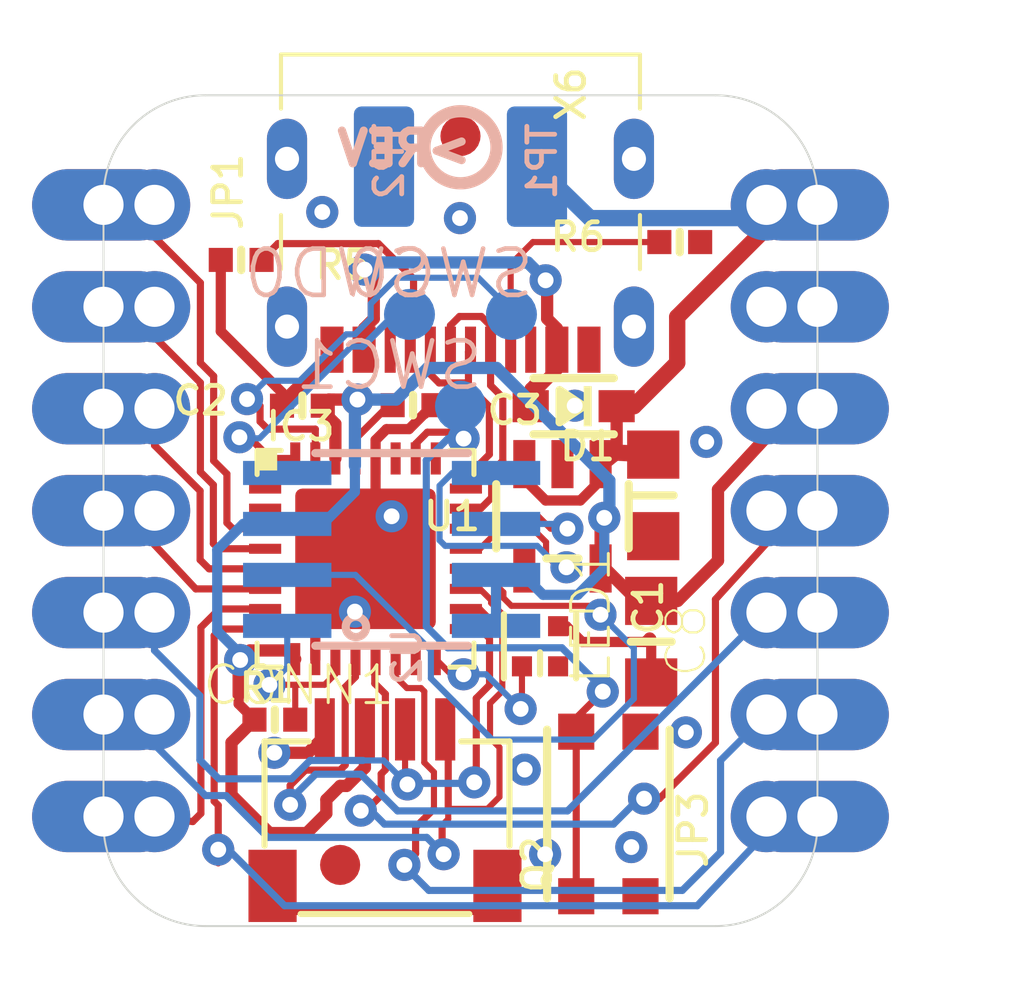
<source format=kicad_pcb>
(kicad_pcb (version 20211014) (generator pcbnew)
  (layers (0 "F.Cu" signal) (1 "In1.Cu" signal) (2 "In2.Cu" signal) (3 "In3.Cu" signal) (4 "In4.Cu" signal) (5 "In5.Cu" signal) (6 "In6.Cu" signal) (7 "In7.Cu" signal) (8 "In8.Cu" signal) (9 "In9.Cu" signal) (10 "In10.Cu" signal) (11 "In11.Cu" signal) (12 "In12.Cu" signal) (13 "In13.Cu" signal) (14 "In14.Cu" signal) (31 "B.Cu" signal) (34 "B.Paste" user) (35 "F.Paste" user) (36 "B.SilkS" user "B.Silkscreen") (37 "F.SilkS" user "F.Silkscreen") (38 "B.Mask" user) (39 "F.Mask" user) (44 "Edge.Cuts" user))
  (net 0 "")
  (net 1 "GND")
  (net 2 "D+")
  (net 3 "D-")
  (net 4 "VBUS")
  (net 5 "~{RESET}")
  (net 6 "3.3V")
  (net 7 "SWCLK")
  (net 8 "SWDIO")
  (net 9 "A0")
  (net 10 "VDDCORE")
  (net 11 "CC1")
  (net 12 "CC2")
  (net 13 "A1")
  (net 14 "TX_A6")
  (net 15 "RX_A7")
  (net 16 "MOSI")
  (net 17 "MISO")
  (net 18 "SCK")
  (net 19 "A2")
  (net 20 "A3")
  (net 21 "SDA")
  (net 22 "SCL")
  (net 23 "NEOPIX")
  (net 24 "NEO_PWR")
  (net 25 "+5V")
  (net 26 "MOSI2")
  (net 27 "SCK2")
  (net 28 "MISO2")
  (net 29 "FLASH_CS")
  (footprint "boardEagle:1X07_CASTEL" (layer "F.Cu") (at 156.1211 105.0036 90)
    (fp_text reference "JP3")
    (fp_text value "")
  )
  (footprint "boardEagle:SK6805_1515" (layer "F.Cu") (at 150.4823 108.3818 -90)
    (fp_text reference "LED1")
    (fp_text value "WS2812B_SK6805_1515")
  )
  (footprint "boardEagle:QTPY_TOP" (layer "F.Cu") (at 139.6111 115.3541)
    (fp_text reference "U$13" hide)
    (fp_text value "" hide)
  )
  (footprint "boardEagle:USB_C_CUSB31-CFM2AX-01-X" (layer "F.Cu") (at 148.5011 97.4471 180)
    (fp_text reference "X6")
    (fp_text value "USB TYPE C")
  )
  (footprint "boardEagle:_0402NO" (layer "F.Cu") (at 143.0401 98.7552)
    (fp_text reference "R5")
    (fp_text value "5.1K")
  )
  (footprint "boardEagle:_0402NO" (layer "F.Cu") (at 153.9621 98.3107 180)
    (fp_text reference "R6")
    (fp_text value "5.1K")
  )
  (footprint "boardEagle:FIDUCIAL_1MM" (layer "F.Cu") (at 148.5011 95.6691)
    (fp_text reference "U$8" hide)
    (fp_text value "FIDUCIAL_1MM" hide)
  )
  (footprint "boardEagle:QFN32_5MM" (layer "F.Cu") (at 146.136359 106.202482)
    (fp_text reference "IC3")
    (fp_text value "ATSAMD21E")
  )
  (footprint "boardEagle:1X07_CASTEL" (layer "F.Cu") (at 140.8811 105.0036 -90)
    (fp_text reference "JP1")
    (fp_text value "")
  )
  (footprint "boardEagle:SOT23-5" (layer "F.Cu") (at 151.0411 105.1433 180)
    (fp_text reference "U1")
    (fp_text value "AP2112K-3.3")
  )
  (footprint "boardEagle:_0402NO" (layer "F.Cu") (at 144.5641 102.3874 180)
    (fp_text reference "C2")
    (fp_text value "1uF")
  )
  (footprint "boardEagle:SOD-323_MINI" (layer "F.Cu") (at 151.3205 102.4001 180)
    (fp_text reference "D1")
    (fp_text value "  NSR0320")
  )
  (footprint "boardEagle:BTN_KMR2_4.6X2.8" (layer "F.Cu") (at 152.1841 112.5601 90)
    (fp_text reference "Q2")
    (fp_text value "reset")
  )
  (footprint "boardEagle:_0402NO" (layer "F.Cu") (at 147.32 102.3747)
    (fp_text reference "C3")
    (fp_text value "1uF")
  )
  (footprint "boardEagle:JST_SH4_SKINNY" (layer "F.Cu") (at 146.6215 112.9665)
    (fp_text reference "CONN1")
    (fp_text value "STEMMA_I2C_QTSKINNY" hide)
  )
  (footprint "boardEagle:FIDUCIAL_1MM" (layer "F.Cu") (at 145.5039 113.8301)
    (fp_text reference "U$6" hide)
    (fp_text value "FIDUCIAL_1MM" hide)
  )
  (footprint "boardEagle:_0402NO" (layer "F.Cu") (at 143.8783 110.2106)
    (fp_text reference "R1")
    (fp_text value "5.1K")
  )
  (footprint "boardEagle:_0805MP" (layer "F.Cu") (at 153.2509 108.2675 -90)
    (fp_text reference "C8")
    (fp_text value "10uF")
  )
  (footprint "boardEagle:_0805MP" (layer "F.Cu") (at 153.3017 104.6226 -90)
    (fp_text reference "C1")
    (fp_text value "10uF")
  )
  (footprint "boardEagle:TESTPOINT_RECT_1X3MM" (layer "B.Cu") (at 146.5961 96.4311 -90)
    (fp_text reference "TP2")
    (fp_text value "")
  )
  (footprint "boardEagle:TESTPOINT_RECT_1X3MM" (layer "B.Cu") (at 150.4061 96.4311 -90)
    (fp_text reference "TP1")
    (fp_text value "")
  )
  (footprint "boardEagle:B1,27" (layer "B.Cu") (at 148.5011 102.4001 180)
    (fp_text reference "SWC1")
    (fp_text value "TPB1,27")
  )
  (footprint "boardEagle:SOIC8_150MIL" (layer "B.Cu") (at 146.7866 105.9688 90)
    (fp_text reference "U2")
    (fp_text value "")
  )
  (footprint "boardEagle:B1,27" (layer "B.Cu") (at 149.7711 100.1141 180)
    (fp_text reference "SWC0")
    (fp_text value "TPB1,27")
  )
  (footprint "boardEagle:QTPY_BOT" (layer "B.Cu") (at 157.3911 115.3541 180)
    (fp_text reference "U$11" hide)
    (fp_text value "" hide)
  )
  (footprint "boardEagle:PCBFEAT-REV-040" (layer "B.Cu") (at 148.5011 95.9485 180)
    (fp_text reference "U$12" hide)
    (fp_text value "" hide)
  )
  (footprint "boardEagle:B1,27" (layer "B.Cu") (at 147.2311 100.1141 180)
    (fp_text reference "SWD0")
    (fp_text value "TPB1,27")
  )
  (gr_line (start 154.8511 115.3541) (end 142.1511 115.3541) (layer "Edge.Cuts") (width 0.05))
  (gr_line (start 142.1511 94.6531) (end 154.8511 94.6531) (layer "Edge.Cuts") (width 0.05))
  (gr_arc (start 139.6111 97.1931) (mid 140.355049 95.397049) (end 142.1511 94.6531) (layer "Edge.Cuts") (width 0.05))
  (gr_arc (start 157.3911 112.8141) (mid 156.647151 114.610151) (end 154.8511 115.3541) (layer "Edge.Cuts") (width 0.05))
  (gr_arc (start 154.8511 94.6531) (mid 156.647151 95.397049) (end 157.3911 97.1931) (layer "Edge.Cuts") (width 0.05))
  (gr_line (start 157.3911 97.1931) (end 157.3911 112.8141) (layer "Edge.Cuts") (width 0.05))
  (gr_line (start 139.6111 112.8141) (end 139.6111 97.1931) (layer "Edge.Cuts") (width 0.05))
  (gr_arc (start 142.1511 115.3541) (mid 140.355049 114.610151) (end 139.6111 112.8141) (layer "Edge.Cuts") (width 0.05))
  (segment (start 145.038759 110.390638) (end 145.1215 110.4525) (width 0.254) (layer "F.Cu") (net 1))
  (segment (start 157.3911 99.9236) (end 156.1211 99.9236) (width 0.4064) (layer "F.Cu") (net 1))
  (segment (start 145.1215 110.4525) (end 145.090625 110.651625) (width 0.3048) (layer "F.Cu") (net 1))
  (segment (start 145.3011 101.0789) (end 145.3011 100.9921) (width 0.3048) (layer "F.Cu") (net 1))
  (segment (start 151.138 107.8818) (end 151.5315 108.2753) (width 0.254) (layer "F.Cu") (net 1))
  (segment (start 142.5321 100.5332) (end 142.5321 98.7552) (width 0.254) (layer "F.Cu") (net 1))
  (segment (start 146.386359 103.702482) (end 146.386359 103.244841) (width 0.254) (layer "F.Cu") (net 1))
  (segment (start 148.8256 114.9484) (end 149.4215 114.3525) (width 0.254) (layer "F.Cu") (net 1))
  (segment (start 145.351343 114.9484) (end 148.8256 114.9484) (width 0.254) (layer "F.Cu") (net 1))
  (segment (start 144.886359 108.702482) (end 144.886359 107.452482) (width 0.254) (layer "F.Cu") (net 1))
  (segment (start 147.828 102.3747) (end 147.6121 102.5906) (width 0.254) (layer "F.Cu") (net 1))
  (segment (start 144.70615 111.0361) (end 143.8656 111.0361) (width 0.3048) (layer "F.Cu") (net 1))
  (segment (start 146.6596 102.9716) (end 147.2184 102.9716) (width 0.254) (layer "F.Cu") (net 1))
  (segment (start 147.6121 102.5906) (end 147.5994 102.5906) (width 0.254) (layer "F.Cu") (net 1))
  (segment (start 153.2255 108.1659) (end 153.2509 108.1913) (width 0.254) (layer "F.Cu") (net 1))
  (segment (start 145.3011 101.0789) (end 144.0561 102.3239) (width 0.3048) (layer "F.Cu") (net 1))
  (segment (start 144.0561 102.3874) (end 144.0561 102.3239) (width 0.3048) (layer "F.Cu") (net 1))
  (segment (start 144.0561 102.3874) (end 144.0561 102.0572) (width 0.254) (layer "F.Cu") (net 1))
  (segment (start 151.5315 108.2753) (end 153.0907 108.2753) (width 0.254) (layer "F.Cu") (net 1))
  (segment (start 153.2509 108.1913) (end 153.2509 109.2835) (width 0.254) (layer "F.Cu") (net 1))
  (segment (start 146.136359 106.202482) (end 146.136359 105.793541) (width 0.254) (layer "F.Cu") (net 1))
  (segment (start 153.0907 108.2753) (end 153.2001 108.1659) (width 0.254) (layer "F.Cu") (net 1))
  (segment (start 150.9323 107.8818) (end 151.138 107.8818) (width 0.254) (layer "F.Cu") (net 1))
  (segment (start 153.2001 108.1659) (end 153.2255 108.1659) (width 0.254) (layer "F.Cu") (net 1))
  (segment (start 146.136359 105.793541) (end 146.7866 105.1433) (width 0.254) (layer "F.Cu") (net 1))
  (segment (start 145.090625 110.651625) (end 144.70615 111.0361) (width 0.3048) (layer "F.Cu") (net 1))
  (segment (start 144.886359 107.452482) (end 146.136359 106.202482) (width 0.254) (layer "F.Cu") (net 1))
  (segment (start 146.386359 105.952482) (end 146.136359 106.202482) (width 0.254) (layer "F.Cu") (net 1))
  (segment (start 144.0561 102.0572) (end 142.5321 100.5332) (width 0.254) (layer "F.Cu") (net 1))
  (segment (start 146.386359 103.244841) (end 146.6596 102.9716) (width 0.254) (layer "F.Cu") (net 1))
  (segment (start 143.8215 114.3525) (end 144.4167 114.9477) (width 0.254) (layer "F.Cu") (net 1))
  (segment (start 147.5994 102.5906) (end 147.2184 102.9716) (width 0.254) (layer "F.Cu") (net 1))
  (segment (start 144.4167 114.9477) (end 145.350643 114.9477) (width 0.254) (layer "F.Cu") (net 1))
  (segment (start 145.350643 114.9477) (end 145.351343 114.9484) (width 0.254) (layer "F.Cu") (net 1))
  (segment (start 146.386359 103.702482) (end 146.386359 105.952482) (width 0.254) (layer "F.Cu") (net 1))
  (via (at 146.7866 105.1433) (size 0.8001) (drill 0.3937) (layers "F.Cu" "B.Cu") (net 1))
  (via (at 145.8722 107.5182) (size 0.8001) (drill 0.3937) (layers "F.Cu" "B.Cu") (net 1))
  (via (at 154.1145 110.5281) (size 0.8001) (drill 0.3937) (layers "F.Cu" "B.Cu") (net 1))
  (via (at 143.8656 111.0361) (size 0.8001) (drill 0.3937) (layers "F.Cu" "B.Cu") (net 1))
  (via (at 148.4884 97.7138) (size 0.8001) (drill 0.3937) (layers "F.Cu" "B.Cu") (net 1))
  (via (at 154.6225 103.2891) (size 0.8001) (drill 0.3937) (layers "F.Cu" "B.Cu") (net 1))
  (via (at 151.3459 102.3874) (size 0.8001) (drill 0.3937) (layers "F.Cu" "B.Cu") (net 1))
  (via (at 150.6093 113.5634) (size 0.8001) (drill 0.3937) (layers "F.Cu" "B.Cu") (net 1))
  (via (at 145.0594 97.5614) (size 0.8001) (drill 0.3937) (layers "F.Cu" "B.Cu") (net 1))
  (via (at 150.1013 111.4552) (size 0.8001) (drill 0.3937) (layers "F.Cu" "B.Cu") (net 1))
  (via (at 152.7556 113.3856) (size 0.8001) (drill 0.3937) (layers "F.Cu" "B.Cu") (net 1))
  (segment (start 147.9677 101.8207) (end 148.628459 101.8207) (width 0.1778) (layer "F.Cu") (net 2))
  (segment (start 147.7511 100.9921) (end 147.7511 101.6041) (width 0.1778) (layer "F.Cu") (net 2))
  (segment (start 149.220559 103.601582) (end 148.636359 104.185782) (width 0.1778) (layer "F.Cu") (net 2))
  (segment (start 148.699859 101.043341) (end 148.7511 100.9921) (width 0.1778) (layer "F.Cu") (net 2))
  (segment (start 149.220559 102.4128) (end 148.699859 101.8921) (width 0.1778) (layer "F.Cu") (net 2))
  (segment (start 148.636359 104.452482) (end 148.636359 104.185782) (width 0.1778) (layer "F.Cu") (net 2))
  (segment (start 149.220559 103.601582) (end 149.220559 102.4128) (width 0.1778) (layer "F.Cu") (net 2))
  (segment (start 147.7511 101.6041) (end 147.9677 101.8207) (width 0.1778) (layer "F.Cu") (net 2))
  (segment (start 148.699859 101.8921) (end 148.699859 101.043341) (width 0.1778) (layer "F.Cu") (net 2))
  (segment (start 148.628459 101.8207) (end 148.699859 101.8921) (width 0.1778) (layer "F.Cu") (net 2))
  (segment (start 149.2511 100.3942) (end 149.2511 100.9921) (width 0.1778) (layer "F.Cu") (net 3))
  (segment (start 149.277659 104.677429) (end 149.009309 104.945779) (width 0.1778) (layer "F.Cu") (net 3))
  (segment (start 148.2511 100.3895) (end 148.4757 100.1649) (width 0.1778) (layer "F.Cu") (net 3))
  (segment (start 149.277659 104.036541) (end 149.277659 104.677429) (width 0.1778) (layer "F.Cu") (net 3))
  (segment (start 149.5552 102.1852) (end 149.5552 103.759) (width 0.1778) (layer "F.Cu") (net 3))
  (segment (start 149.2511 100.9921) (end 149.2511 101.8811) (width 0.1778) (layer "F.Cu") (net 3))
  (segment (start 148.2511 100.9921) (end 148.2511 100.3895) (width 0.1778) (layer "F.Cu") (net 3))
  (segment (start 148.643062 104.945779) (end 148.636359 104.952482) (width 0.1778) (layer "F.Cu") (net 3))
  (segment (start 149.0218 100.1649) (end 149.2511 100.3942) (width 0.1778) (layer "F.Cu") (net 3))
  (segment (start 148.4757 100.1649) (end 149.0218 100.1649) (width 0.1778) (layer "F.Cu") (net 3))
  (segment (start 149.009309 104.945779) (end 148.643062 104.945779) (width 0.1778) (layer "F.Cu") (net 3))
  (segment (start 149.5552 103.759) (end 149.277659 104.036541) (width 0.1778) (layer "F.Cu") (net 3))
  (segment (start 149.2511 101.8811) (end 149.5552 102.1852) (width 0.1778) (layer "F.Cu") (net 3))
  (segment (start 150.2505 101.964) (end 150.2505 102.4001) (width 0.3048) (layer "F.Cu") (net 4))
  (segment (start 150.9011 100.461457) (end 150.9011 100.9921) (width 0.3048) (layer "F.Cu") (net 4))
  (segment (start 150.622 99.2632) (end 150.6597 99.3009) (width 0.3048) (layer "F.Cu") (net 4))
  (segment (start 150.9011 101.48565) (end 150.51485 101.8719) (width 0.3048) (layer "F.Cu") (net 4))
  (segment (start 150.6597 100.220057) (end 150.9011 100.461457) (width 0.3048) (layer "F.Cu") (net 4))
  (segment (start 146.1011 100.9921) (end 146.1011 100.461457) (width 0.3048) (layer "F.Cu") (net 4))
  (segment (start 150.3426 101.8719) (end 150.2505 101.964) (width 0.3048) (layer "F.Cu") (net 4))
  (segment (start 150.51485 101.8719) (end 150.3426 101.8719) (width 0.3048) (layer "F.Cu") (net 4))
  (segment (start 146.3425 99.2255) (end 146.1135 98.9965) (width 0.3048) (layer "F.Cu") (net 4))
  (segment (start 150.9011 100.9921) (end 150.9011 101.48565) (width 0.3048) (layer "F.Cu") (net 4))
  (segment (start 146.1011 100.461457) (end 146.3425 100.220057) (width 0.3048) (layer "F.Cu") (net 4))
  (segment (start 146.3425 100.220057) (end 146.3425 99.2255) (width 0.3048) (layer "F.Cu") (net 4))
  (segment (start 150.6597 99.3009) (end 150.6597 100.220057) (width 0.3048) (layer "F.Cu") (net 4))
  (via (at 150.622 99.2632) (size 0.8001) (drill 0.3937) (layers "F.Cu" "B.Cu") (net 4))
  (via (at 146.1135 98.9965) (size 0.8001) (drill 0.3937) (layers "F.Cu" "B.Cu") (net 4))
  (segment (start 150.1775 98.8187) (end 146.2913 98.8187) (width 0.3048) (layer "B.Cu") (net 4))
  (segment (start 150.1775 98.8187) (end 150.622 99.2632) (width 0.3048) (layer "B.Cu") (net 4))
  (segment (start 146.2913 98.8187) (end 146.1135 98.9965) (width 0.3048) (layer "B.Cu") (net 4))
  (segment (start 147.6756 103.0478) (end 148.419043 103.0478) (width 0.1778) (layer "F.Cu") (net 5))
  (segment (start 147.386359 103.702482) (end 147.386359 103.337041) (width 0.1778) (layer "F.Cu") (net 5))
  (segment (start 151.3841 110.5101) (end 151.3841 114.6101) (width 0.1778) (layer "F.Cu") (net 5))
  (segment (start 148.419043 103.0478) (end 148.579212 103.207969) (width 0.1778) (layer "F.Cu") (net 5))
  (segment (start 151.3232 110.2333) (end 151.3232 110.4492) (width 0.1778) (layer "F.Cu") (net 5))
  (segment (start 151.2063 110.3323) (end 151.3232 110.4492) (width 0.1778) (layer "F.Cu") (net 5))
  (segment (start 151.3232 110.4492) (end 151.3841 110.5101) (width 0.1778) (layer "F.Cu") (net 5))
  (segment (start 152.0444 109.5121) (end 151.3232 110.2333) (width 0.1778) (layer "F.Cu") (net 5))
  (segment (start 147.6756 103.0478) (end 147.386359 103.337041) (width 0.1778) (layer "F.Cu") (net 5))
  (via (at 148.579212 103.207969) (size 0.8001) (drill 0.3937) (layers "F.Cu" "B.Cu") (net 5))
  (via (at 152.0444 109.5121) (size 0.8001) (drill 0.3937) (layers "F.Cu" "B.Cu") (net 5))
  (segment (start 147.6502 103.7463) (end 147.6502 107.8865) (width 0.1778) (layer "B.Cu") (net 5))
  (segment (start 152.0444 109.4359) (end 152.0444 109.5121) (width 0.1778) (layer "B.Cu") (net 5))
  (segment (start 148.5011 103.129857) (end 148.579212 103.207969) (width 0.2032) (layer "B.Cu") (net 5))
  (segment (start 148.5011 102.4001) (end 148.5011 103.129857) (width 0.2032) (layer "B.Cu") (net 5))
  (segment (start 148.579212 103.207969) (end 148.188531 103.207969) (width 0.1778) (layer "B.Cu") (net 5))
  (segment (start 147.6502 107.8865) (end 148.1836 108.4199) (width 0.1778) (layer "B.Cu") (net 5))
  (segment (start 148.1836 108.4199) (end 151.0284 108.4199) (width 0.1778) (layer "B.Cu") (net 5))
  (segment (start 148.188531 103.207969) (end 147.6502 103.7463) (width 0.1778) (layer "B.Cu") (net 5))
  (segment (start 152.0444 109.4359) (end 151.0284 108.4199) (width 0.1778) (layer "B.Cu") (net 5))
  (segment (start 146.1215 111.407082) (end 146.1215 110.4525) (width 0.3048) (layer "F.Cu") (net 6))
  (segment (start 143.0147 108.7247) (end 142.9766 108.7628) (width 0.3048) (layer "F.Cu") (net 6))
  (segment (start 155.9799 102.616569) (end 156.1211 102.4636) (width 0.3048) (layer "F.Cu") (net 6))
  (segment (start 145.16095 112.20455) (end 145.5039 111.8616) (width 0.3048) (layer "F.Cu") (net 6))
  (segment (start 142.7988 112.0902) (end 142.7988 110.7821) (width 0.3048) (layer "F.Cu") (net 6))
  (segment (start 143.252818 108.486582) (end 143.0147 108.7247) (width 0.3048) (layer "F.Cu") (net 6))
  (segment (start 145.386359 103.702482) (end 145.386359 102.84136) (width 0.3048) (layer "F.Cu") (net 6))
  (segment (start 151.9911 105.2728) (end 151.9911 106.4434) (width 0.3048) (layer "F.Cu") (net 6))
  (segment (start 144.67205 113.03635) (end 145.16095 112.54745) (width 0.3048) (layer "F.Cu") (net 6))
  (segment (start 153.2509 107.2515) (end 153.9113 107.2515) (width 0.3048) (layer "F.Cu") (net 6))
  (segment (start 145.386359 102.84136) (end 145.0721 102.5271) (width 0.3048) (layer "F.Cu") (net 6))
  (segment (start 152.0825 105.1814) (end 151.9911 105.2728) (width 0.3048) (layer "F.Cu") (net 6))
  (segment (start 157.3911 102.4636) (end 156.132868 102.4636) (width 0.3048) (layer "F.Cu") (net 6))
  (segment (start 143.74495 113.03635) (end 142.7988 112.0902) (width 0.3048) (layer "F.Cu") (net 6))
  (segment (start 156.1211 103.167394) (end 154.9146 104.474432) (width 0.3048) (layer "F.Cu") (net 6))
  (segment (start 156.1211 102.4636) (end 156.1211 103.167394) (width 0.3048) (layer "F.Cu") (net 6))
  (segment (start 145.666981 111.8616) (end 146.1215 111.407082) (width 0.3048) (layer "F.Cu") (net 6))
  (segment (start 142.9766 108.7628) (end 142.9766 109.601) (width 0.3048) (layer "F.Cu") (net 6))
  (segment (start 144.170459 108.486582) (end 143.252818 108.486582) (width 0.3048) (layer "F.Cu") (net 6))
  (segment (start 142.9766 109.601) (end 142.9766 109.8169) (width 0.254) (layer "F.Cu") (net 6))
  (segment (start 152.9135 107.2515) (end 152.1054 106.4434) (width 0.3048) (layer "F.Cu") (net 6))
  (segment (start 145.16095 112.54745) (end 145.16095 112.20455) (width 0.3048) (layer "F.Cu") (net 6))
  (segment (start 145.5039 111.8616) (end 145.666981 111.8616) (width 0.3048) (layer "F.Cu") (net 6))
  (segment (start 145.9357 102.235) (end 145.2245 102.235) (width 0.3048) (layer "F.Cu") (net 6))
  (segment (start 142.7988 110.7821) (end 143.3703 110.2106) (width 0.3048) (layer "F.Cu") (net 6))
  (segment (start 154.9146 106.2482) (end 154.9146 104.474432) (width 0.3048) (layer "F.Cu") (net 6))
  (segment (start 144.386359 108.702482) (end 144.170459 108.486582) (width 0.3048) (layer "F.Cu") (net 6))
  (segment (start 151.9911 106.4434) (end 152.1054 106.4434) (width 0.3048) (layer "F.Cu") (net 6))
  (segment (start 143.3703 110.2106) (end 142.9766 109.8169) (width 0.254) (layer "F.Cu") (net 6))
  (segment (start 145.0721 102.5271) (end 145.0721 102.3874) (width 0.3048) (layer "F.Cu") (net 6))
  (segment (start 144.67205 113.03635) (end 143.74495 113.03635) (width 0.3048) (layer "F.Cu") (net 6))
  (segment (start 154.9146 106.2482) (end 153.9113 107.2515) (width 0.3048) (layer "F.Cu") (net 6))
  (segment (start 145.0721 102.3874) (end 145.2245 102.235) (width 0.3048) (layer "F.Cu") (net 6))
  (segment (start 156.132868 102.4636) (end 155.9799 102.616569) (width 0.3048) (layer "F.Cu") (net 6))
  (segment (start 153.2509 107.2515) (end 152.9135 107.2515) (width 0.3048) (layer "F.Cu") (net 6))
  (via (at 143.0147 108.7247) (size 0.8001) (drill 0.3937) (layers "F.Cu" "B.Cu") (net 6))
  (via (at 152.0825 105.1814) (size 0.8001) (drill 0.3937) (layers "F.Cu" "B.Cu") (net 6))
  (via (at 145.9357 102.235) (size 0.8001) (drill 0.3937) (layers "F.Cu" "B.Cu") (net 6))
  (segment (start 150.5585 107.0991) (end 151.4221 107.0991) (width 0.254) (layer "B.Cu") (net 6))
  (segment (start 145.8722 102.2985) (end 145.8722 103.886) (width 0.3048) (layer "B.Cu") (net 6))
  (segment (start 149.3866 106.6038) (end 150.0632 106.6038) (width 0.254) (layer "B.Cu") (net 6))
  (segment (start 142.4432 105.9815) (end 143.0909 105.3338) (width 0.254) (layer "B.Cu") (net 6))
  (segment (start 145.0721 105.3338) (end 144.1866 105.3338) (width 0.254) (layer "B.Cu") (net 6))
  (segment (start 145.8722 104.5337) (end 145.0721 105.3338) (width 0.254) (layer "B.Cu") (net 6))
  (segment (start 145.9357 102.235) (end 145.8722 102.2985) (width 0.3048) (layer "B.Cu") (net 6))
  (segment (start 143.0909 105.3338) (end 144.1866 105.3338) (width 0.254) (layer "B.Cu") (net 6))
  (segment (start 152.0825 105.1814) (end 152.2095 105.0544) (width 0.3048) (layer "B.Cu") (net 6))
  (segment (start 147.6883 101.4476) (end 149.4028 101.4476) (width 0.3048) (layer "B.Cu") (net 6))
  (segment (start 151.4221 107.0991) (end 152.0825 106.4387) (width 0.254) (layer "B.Cu") (net 6))
  (segment (start 146.9009 102.235) (end 145.9357 102.235) (width 0.3048) (layer "B.Cu") (net 6))
  (segment (start 149.3866 107.8738) (end 149.3866 106.6038) (width 0.254) (layer "B.Cu") (net 6))
  (segment (start 142.4432 108.0008) (end 142.4432 105.9815) (width 0.254) (layer "B.Cu") (net 6))
  (segment (start 147.6883 101.4476) (end 146.9009 102.235) (width 0.3048) (layer "B.Cu") (net 6))
  (segment (start 142.9385 108.4961) (end 142.9385 108.6485) (width 0.254) (layer "B.Cu") (net 6))
  (segment (start 152.2095 104.2543) (end 152.2095 105.0544) (width 0.3048) (layer "B.Cu") (net 6))
  (segment (start 143.0147 108.7247) (end 142.9385 108.6485) (width 0.254) (layer "B.Cu") (net 6))
  (segment (start 145.8722 103.886) (end 145.8722 104.5337) (width 0.254) (layer "B.Cu") (net 6))
  (segment (start 150.0632 106.6038) (end 150.5585 107.0991) (width 0.254) (layer "B.Cu") (net 6))
  (segment (start 142.9385 108.4961) (end 142.4432 108.0008) (width 0.254) (layer "B.Cu") (net 6))
  (segment (start 152.0825 106.4387) (end 152.0825 105.1814) (width 0.254) (layer "B.Cu") (net 6))
  (segment (start 152.2095 104.2543) (end 149.4028 101.4476) (width 0.3048) (layer "B.Cu") (net 6))
  (segment (start 144.886359 102.9716) (end 143.7005 102.9716) (width 0.1778) (layer "F.Cu") (net 7))
  (segment (start 143.51 102.394594) (end 143.338918 102.223513) (width 0.1778) (layer "F.Cu") (net 7))
  (segment (start 143.338918 102.223513) (end 143.185781 102.223513) (width 0.1778) (layer "F.Cu") (net 7))
  (segment (start 144.886359 103.702482) (end 144.886359 102.9716) (width 0.1778) (layer "F.Cu") (net 7))
  (segment (start 143.7005 102.9716) (end 143.51 102.7811) (width 0.1778) (layer "F.Cu") (net 7))
  (segment (start 143.51 102.7811) (end 143.51 102.394594) (width 0.1778) (layer "F.Cu") (net 7))
  (via (at 143.185781 102.223513) (size 0.8001) (drill 0.3937) (layers "F.Cu" "B.Cu") (net 7))
  (segment (start 143.185781 102.223513) (end 143.642981 101.766313) (width 0.1524) (layer "B.Cu") (net 7))
  (segment (start 148.9456 99.1997) (end 146.9136 99.1997) (width 0.1524) (layer "B.Cu") (net 7))
  (segment (start 146.2663 99.847) (end 146.2663 100.2153) (width 0.1524) (layer "B.Cu") (net 7))
  (segment (start 145.8722 100.6094) (end 145.657043 100.6094) (width 0.1524) (layer "B.Cu") (net 7))
  (segment (start 146.2663 100.2153) (end 145.8722 100.6094) (width 0.1524) (layer "B.Cu") (net 7))
  (segment (start 149.7711 100.1141) (end 149.5806 99.8347) (width 0.1524) (layer "B.Cu") (net 7))
  (segment (start 144.500131 101.766313) (end 145.657043 100.6094) (width 0.1524) (layer "B.Cu") (net 7))
  (segment (start 143.642981 101.766313) (end 144.500131 101.766313) (width 0.1524) (layer "B.Cu") (net 7))
  (segment (start 149.5806 99.8347) (end 148.9456 99.1997) (width 0.1524) (layer "B.Cu") (net 7))
  (segment (start 146.9136 99.1997) (end 146.2663 99.847) (width 0.1524) (layer "B.Cu") (net 7))
  (segment (start 142.99565 103.1748) (end 143.23695 103.1748) (width 0.1778) (layer "F.Cu") (net 8))
  (segment (start 144.386359 103.702482) (end 143.764631 103.702482) (width 0.1778) (layer "F.Cu") (net 8))
  (segment (start 143.764631 103.702482) (end 143.23695 103.1748) (width 0.1778) (layer "F.Cu") (net 8))
  (via (at 142.99565 103.1748) (size 0.8001) (drill 0.3937) (layers "F.Cu" "B.Cu") (net 8))
  (segment (start 145.7833 100.9142) (end 143.4973 103.2002) (width 0.1524) (layer "B.Cu") (net 8))
  (segment (start 142.99565 103.1748) (end 143.02105 103.2002) (width 0.1524) (layer "B.Cu") (net 8))
  (segment (start 143.4973 103.2002) (end 143.02105 103.2002) (width 0.1524) (layer "B.Cu") (net 8))
  (segment (start 146.8628 100.1141) (end 146.0627 100.9142) (width 0.1778) (layer "B.Cu") (net 8))
  (segment (start 146.0627 100.9142) (end 145.7833 100.9142) (width 0.1524) (layer "B.Cu") (net 8))
  (segment (start 147.2311 100.1141) (end 146.8628 100.1141) (width 0.1778) (layer "B.Cu") (net 8))
  (segment (start 142.3543 103.759) (end 142.3543 101.6508) (width 0.1778) (layer "F.Cu") (net 9))
  (segment (start 142.830875 105.452482) (end 142.6845 105.306107) (width 0.1778) (layer "F.Cu") (net 9))
  (segment (start 142.0241 99.3267) (end 142.0241 101.3206) (width 0.1778) (layer "F.Cu") (net 9))
  (segment (start 143.636359 105.452482) (end 142.830875 105.452482) (width 0.1778) (layer "F.Cu") (net 9))
  (segment (start 142.6845 104.0892) (end 142.3543 103.759) (width 0.1778) (layer "F.Cu") (net 9))
  (segment (start 140.8811 97.3836) (end 140.8811 98.1837) (width 0.1778) (layer "F.Cu") (net 9))
  (segment (start 139.6111 97.3836) (end 140.8811 97.3836) (width 0.4064) (layer "F.Cu") (net 9))
  (segment (start 142.6845 105.306107) (end 142.6845 104.0892) (width 0.1778) (layer "F.Cu") (net 9))
  (segment (start 142.3543 101.6508) (end 142.0241 101.3206) (width 0.1778) (layer "F.Cu") (net 9))
  (segment (start 142.0241 99.3267) (end 140.8811 98.1837) (width 0.1778) (layer "F.Cu") (net 9))
  (segment (start 146.7231 102.3747) (end 145.886359 103.211441) (width 0.1778) (layer "F.Cu") (net 10))
  (segment (start 146.812 102.3747) (end 146.7231 102.3747) (width 0.1778) (layer "F.Cu") (net 10))
  (segment (start 145.886359 103.702482) (end 145.886359 103.211441) (width 0.1778) (layer "F.Cu") (net 10))
  (segment (start 149.7511 100.9921) (end 149.7511 98.8641) (width 0.1524) (layer "F.Cu") (net 11))
  (segment (start 149.7511 98.8641) (end 150.3045 98.3107) (width 0.1524) (layer "F.Cu") (net 11))
  (segment (start 150.3045 98.3107) (end 153.4541 98.3107) (width 0.1524) (layer "F.Cu") (net 11))
  (segment (start 147.3327 99.2251) (end 147.3327 99.7755) (width 0.1778) (layer "F.Cu") (net 12))
  (segment (start 146.4564 98.3488) (end 147.3327 99.2251) (width 0.1778) (layer "F.Cu") (net 12))
  (segment (start 147.3327 99.7755) (end 146.7511 100.3571) (width 0.1778) (layer "F.Cu") (net 12))
  (segment (start 146.4564 98.3488) (end 143.9545 98.3488) (width 0.1778) (layer "F.Cu") (net 12))
  (segment (start 146.7511 100.9921) (end 146.7511 100.3571) (width 0.1778) (layer "F.Cu") (net 12))
  (segment (start 143.9545 98.3488) (end 143.5481 98.7552) (width 0.1778) (layer "F.Cu") (net 12))
  (segment (start 139.6111 99.9236) (end 140.8811 99.9236) (width 0.4064) (layer "F.Cu") (net 13))
  (segment (start 143.636359 105.952482) (end 142.475275 105.952482) (width 0.1778) (layer "F.Cu") (net 13))
  (segment (start 142.0241 104.0384) (end 142.0241 101.815157) (width 0.1778) (layer "F.Cu") (net 13))
  (segment (start 140.9573 100.1268) (end 140.9573 100.748357) (width 0.1778) (layer "F.Cu") (net 13))
  (segment (start 140.8811 99.9236) (end 140.9573 100.1268) (width 0.1778) (layer "F.Cu") (net 13))
  (segment (start 142.347362 104.361663) (end 142.0241 104.0384) (width 0.1778) (layer "F.Cu") (net 13))
  (segment (start 142.475275 105.952482) (end 142.347362 105.824569) (width 0.1778) (layer "F.Cu") (net 13))
  (segment (start 140.9573 100.748357) (end 142.0241 101.815157) (width 0.1778) (layer "F.Cu") (net 13))
  (segment (start 142.347362 105.824569) (end 142.347362 104.361663) (width 0.1778) (layer "F.Cu") (net 13))
  (segment (start 142.0368 107.9119) (end 142.0368 112.5474) (width 0.1778) (layer "F.Cu") (net 14))
  (segment (start 143.636359 107.452482) (end 142.496218 107.452482) (width 0.1778) (layer "F.Cu") (net 14))
  (segment (start 141.8336 112.7506) (end 140.8811 112.6236) (width 0.1778) (layer "F.Cu") (net 14))
  (segment (start 139.6111 112.6236) (end 140.8811 112.6236) (width 0.4064) (layer "F.Cu") (net 14))
  (segment (start 142.496218 107.452482) (end 142.0368 107.9119) (width 0.1778) (layer "F.Cu") (net 14))
  (segment (start 142.0368 112.5474) (end 141.8336 112.7506) (width 0.1778) (layer "F.Cu") (net 14))
  (segment (start 142.367 108.1151) (end 142.367 112.2426) (width 0.1778) (layer "F.Cu") (net 15))
  (segment (start 142.4686 112.3442) (end 142.367 112.2426) (width 0.1778) (layer "F.Cu") (net 15))
  (segment (start 142.4686 112.3442) (end 142.4686 113.4491) (width 0.1778) (layer "F.Cu") (net 15))
  (segment (start 143.636359 107.952482) (end 142.529618 107.952482) (width 0.1778) (layer "F.Cu") (net 15))
  (segment (start 142.529618 107.952482) (end 142.367 108.1151) (width 0.1778) (layer "F.Cu") (net 15))
  (segment (start 157.3911 112.6236) (end 156.1211 112.6236) (width 0.4064) (layer "F.Cu") (net 15))
  (segment (start 142.4686 113.7793) (end 142.4686 113.4491) (width 0.1778) (layer "F.Cu") (net 15))
  (via (at 142.4686 113.4491) (size 0.8001) (drill 0.3937) (layers "F.Cu" "B.Cu") (net 15))
  (segment (start 156.1211 113.019994) (end 156.1211 112.6236) (width 0.1778) (layer "B.Cu") (net 15))
  (segment (start 144.1196 114.8461) (end 142.7226 113.4491) (width 0.1778) (layer "B.Cu") (net 15))
  (segment (start 156.1211 113.019994) (end 154.399343 114.8461) (width 0.1778) (layer "B.Cu") (net 15))
  (segment (start 144.1196 114.8461) (end 154.399343 114.8461) (width 0.1778) (layer "B.Cu") (net 15))
  (segment (start 142.4686 113.4491) (end 142.7226 113.4491) (width 0.1778) (layer "B.Cu") (net 15))
  (segment (start 146.5262 112.09655) (end 146.1452 112.47755) (width 0.1778) (layer "F.Cu") (net 16))
  (segment (start 146.3675 108.721341) (end 146.386359 108.702482) (width 0.1778) (layer "F.Cu") (net 16))
  (segment (start 156.1211 105.8164) (end 154.8511 107.2134) (width 0.1778) (layer "F.Cu") (net 16))
  (segment (start 146.3675 109.3089) (end 146.3675 108.721341) (width 0.1778) (layer "F.Cu") (net 16))
  (segment (start 154.8511 110.7821) (end 153.4541 112.1791) (width 0.1778) (layer "F.Cu") (net 16))
  (segment (start 146.630959 109.57236) (end 146.3675 109.3089) (width 0.1778) (layer "F.Cu") (net 16))
  (segment (start 146.630959 111.458391) (end 146.630959 109.57236) (width 0.1778) (layer "F.Cu") (net 16))
  (segment (start 156.1211 105.0036) (end 156.1211 105.8164) (width 0.1778) (layer "F.Cu") (net 16))
  (segment (start 157.3911 105.0036) (end 156.1211 105.0036) (width 0.4064) (layer "F.Cu") (net 16))
  (segment (start 146.0182 112.47755) (end 146.1452 112.47755) (width 0.1778) (layer "F.Cu") (net 16))
  (segment (start 146.5262 111.56315) (end 146.630959 111.458391) (width 0.1778) (layer "F.Cu") (net 16))
  (segment (start 146.5262 111.56315) (end 146.5262 112.09655) (width 0.1778) (layer "F.Cu") (net 16))
  (segment (start 154.8511 110.7821) (end 154.8511 107.2134) (width 0.1778) (layer "F.Cu") (net 16))
  (segment (start 153.0731 112.1791) (end 153.4541 112.1791) (width 0.1778) (layer "F.Cu") (net 16))
  (via (at 146.0182 112.47755) (size 0.8001) (drill 0.3937) (layers "F.Cu" "B.Cu") (net 16))
  (via (at 153.0731 112.1791) (size 0.8001) (drill 0.3937) (layers "F.Cu" "B.Cu") (net 16))
  (segment (start 152.3111 112.8141) (end 153.0096 112.1156) (width 0.1778) (layer "B.Cu") (net 16))
  (segment (start 146.2722 112.47755) (end 146.0182 112.47755) (width 0.1778) (layer "B.Cu") (net 16))
  (segment (start 146.60875 112.8141) (end 146.2722 112.47755) (width 0.1778) (layer "B.Cu") (net 16))
  (segment (start 153.0096 112.1156) (end 153.0731 112.1791) (width 0.1778) (layer "B.Cu") (net 16))
  (segment (start 146.60875 112.8141) (end 152.3111 112.8141) (width 0.1778) (layer "B.Cu") (net 16))
  (segment (start 157.3911 107.5436) (end 156.1211 107.5436) (width 0.4064) (layer "F.Cu") (net 17))
  (segment (start 144.6403 111.4679) (end 144.2593 111.8489) (width 0.1778) (layer "F.Cu") (net 17))
  (segment (start 144.2593 111.8489) (end 144.2593 112.3315) (width 0.1778) (layer "F.Cu") (net 17))
  (segment (start 145.886359 108.702482) (end 145.886359 109.143591) (width 0.1778) (layer "F.Cu") (net 17))
  (segment (start 145.6302 111.3416) (end 145.5039 111.4679) (width 0.1778) (layer "F.Cu") (net 17))
  (segment (start 145.886359 109.143591) (end 145.6302 109.39975) (width 0.1778) (layer "F.Cu") (net 17))
  (segment (start 145.5039 111.4679) (end 144.6403 111.4679) (width 0.1778) (layer "F.Cu") (net 17))
  (segment (start 145.6302 109.39975) (end 145.6302 111.3416) (width 0.1778) (layer "F.Cu") (net 17))
  (via (at 144.2593 112.3315) (size 0.8001) (drill 0.3937) (layers "F.Cu" "B.Cu") (net 17))
  (segment (start 144.2593 112.2045) (end 144.8943 111.5695) (width 0.1778) (layer "B.Cu") (net 17))
  (segment (start 144.8943 111.5695) (end 146.019293 111.5695) (width 0.1778) (layer "B.Cu") (net 17))
  (segment (start 146.019293 111.5695) (end 146.933693 112.4839) (width 0.1778) (layer "B.Cu") (net 17))
  (segment (start 144.2593 112.3315) (end 144.2593 112.2045) (width 0.1778) (layer "B.Cu") (net 17))
  (segment (start 151.1681 112.4839) (end 156.1084 107.5436) (width 0.1778) (layer "B.Cu") (net 17))
  (segment (start 146.933693 112.4839) (end 151.1681 112.4839) (width 0.1778) (layer "B.Cu") (net 17))
  (segment (start 156.1084 107.5436) (end 156.1211 107.5436) (width 0.1778) (layer "B.Cu") (net 17))
  (segment (start 147.516987 109.4235) (end 147.6001 109.506613) (width 0.1524) (layer "F.Cu") (net 18))
  (segment (start 147.3835 112.8903) (end 147.3835 113.5507) (width 0.1778) (layer "F.Cu") (net 18))
  (segment (start 147.6001 109.506613) (end 147.6001 111.2781) (width 0.1524) (layer "F.Cu") (net 18))
  (segment (start 146.886359 109.14196) (end 147.1679 109.4235) (width 0.1524) (layer "F.Cu") (net 18))
  (segment (start 147.1041 113.8301) (end 147.3835 113.5507) (width 0.1778) (layer "F.Cu") (net 18))
  (segment (start 147.8407 111.5187) (end 147.8407 112.4331) (width 0.1524) (layer "F.Cu") (net 18))
  (segment (start 147.6001 111.2781) (end 147.8407 111.5187) (width 0.1524) (layer "F.Cu") (net 18))
  (segment (start 147.8407 112.4331) (end 147.3835 112.8903) (width 0.1778) (layer "F.Cu") (net 18))
  (segment (start 157.3911 110.0836) (end 156.1211 110.0836) (width 0.4064) (layer "F.Cu") (net 18))
  (segment (start 146.886359 108.702482) (end 146.886359 109.14196) (width 0.1524) (layer "F.Cu") (net 18))
  (segment (start 147.1679 109.4235) (end 147.516987 109.4235) (width 0.1524) (layer "F.Cu") (net 18))
  (via (at 147.1041 113.8301) (size 0.8001) (drill 0.3937) (layers "F.Cu" "B.Cu") (net 18))
  (segment (start 156.1211 110.0836) (end 154.9781 111.2266) (width 0.1778) (layer "B.Cu") (net 18))
  (segment (start 154.0256 114.4651) (end 147.7137 114.4651) (width 0.1778) (layer "B.Cu") (net 18))
  (segment (start 147.1041 113.8301) (end 147.1041 113.8555) (width 0.1778) (layer "B.Cu") (net 18))
  (segment (start 154.9781 113.5126) (end 154.0256 114.4651) (width 0.1778) (layer "B.Cu") (net 18))
  (segment (start 147.7137 114.4651) (end 147.1041 113.8555) (width 0.1778) (layer "B.Cu") (net 18))
  (segment (start 154.9781 111.2266) (end 154.9781 113.5126) (width 0.1778) (layer "B.Cu") (net 18))
  (segment (start 140.948221 102.4636) (end 140.971012 102.486391) (width 0.4064) (layer "F.Cu") (net 19))
  (segment (start 142.017162 106.228563) (end 142.241081 106.452482) (width 0.1778) (layer "F.Cu") (net 19))
  (segment (start 140.8811 102.4636) (end 140.8811 103.374379) (width 0.1778) (layer "F.Cu") (net 19))
  (segment (start 142.241081 106.452482) (end 143.636359 106.452482) (width 0.1778) (layer "F.Cu") (net 19))
  (segment (start 139.6111 102.4636) (end 140.948221 102.4636) (width 0.4064) (layer "F.Cu") (net 19))
  (segment (start 142.017162 104.510441) (end 142.017162 106.228563) (width 0.1778) (layer "F.Cu") (net 19))
  (segment (start 140.8811 102.4636) (end 140.971012 102.486391) (width 0.1778) (layer "F.Cu") (net 19))
  (segment (start 142.017162 104.510441) (end 140.8811 103.374379) (width 0.1778) (layer "F.Cu") (net 19))
  (segment (start 141.908387 106.952482) (end 140.8811 105.853582) (width 0.1778) (layer "F.Cu") (net 20))
  (segment (start 140.8811 105.0036) (end 140.8811 105.853582) (width 0.1778) (layer "F.Cu") (net 20))
  (segment (start 141.908387 106.952482) (end 143.636359 106.952482) (width 0.1778) (layer "F.Cu") (net 20))
  (segment (start 140.8811 105.0036) (end 140.940328 105.066957) (width 0.1778) (layer "F.Cu") (net 20))
  (segment (start 139.6111 105.0036) (end 140.876971 105.0036) (width 0.4064) (layer "F.Cu") (net 20))
  (segment (start 140.876971 105.0036) (end 140.940328 105.066957) (width 0.4064) (layer "F.Cu") (net 20))
  (segment (start 147.1215 110.4525) (end 147.1215 111.7647) (width 0.1524) (layer "F.Cu") (net 21))
  (segment (start 149.225 108.200094) (end 149.011581 107.986675) (width 0.1524) (layer "F.Cu") (net 21))
  (segment (start 139.6111 107.5436) (end 140.8811 107.5436) (width 0.4064) (layer "F.Cu") (net 21))
  (segment (start 148.844 111.7727) (end 148.8948 111.7219) (width 0.1778) (layer "F.Cu") (net 21))
  (segment (start 147.1803 111.8235) (end 147.1215 111.7647) (width 0.1524) (layer "F.Cu") (net 21))
  (segment (start 149.011581 107.952482) (end 149.011581 107.986675) (width 0.1524) (layer "F.Cu") (net 21))
  (segment (start 148.8948 109.6772) (end 148.8948 111.7219) (width 0.1778) (layer "F.Cu") (net 21))
  (segment (start 149.225 108.200094) (end 149.225 109.347) (width 0.1778) (layer "F.Cu") (net 21))
  (segment (start 149.225 109.347) (end 148.8948 109.6772) (width 0.1778) (layer "F.Cu") (net 21))
  (segment (start 148.636359 107.952482) (end 149.011581 107.952482) (width 0.1778) (layer "F.Cu") (net 21))
  (via (at 148.844 111.7727) (size 0.8001) (drill 0.3937) (layers "F.Cu" "B.Cu") (net 21))
  (via (at 147.1803 111.8235) (size 0.8001) (drill 0.3937) (layers "F.Cu" "B.Cu") (net 21))
  (segment (start 142.4813 111.6838) (end 144.2974 111.6838) (width 0.1778) (layer "B.Cu") (net 21))
  (segment (start 147.2057 111.8489) (end 147.1803 111.8235) (width 0.1778) (layer "B.Cu") (net 21))
  (segment (start 144.7546 111.2266) (end 146.0754 111.2266) (width 0.1778) (layer "B.Cu") (net 21))
  (segment (start 147.1803 111.8235) (end 146.5834 111.2266) (width 0.1524) (layer "B.Cu") (net 21))
  (segment (start 144.2974 111.6838) (end 144.7546 111.2266) (width 0.1778) (layer "B.Cu") (net 21))
  (segment (start 142.0114 111.2139) (end 142.4813 111.6838) (width 0.1778) (layer "B.Cu") (net 21))
  (segment (start 140.8811 107.5436) (end 140.8811 108.485113) (width 0.1778) (layer "B.Cu") (net 21))
  (segment (start 148.8694 111.7981) (end 147.2819 111.7981) (width 0.1778) (layer "B.Cu") (net 21))
  (segment (start 142.0114 109.615413) (end 142.0114 111.2139) (width 0.1778) (layer "B.Cu") (net 21))
  (segment (start 147.2311 111.8489) (end 147.2057 111.8489) (width 0.1778) (layer "B.Cu") (net 21))
  (segment (start 140.8811 108.485113) (end 142.0114 109.615413) (width 0.1778) (layer "B.Cu") (net 21))
  (segment (start 147.2819 111.7981) (end 147.2311 111.8489) (width 0.1778) (layer "B.Cu") (net 21))
  (segment (start 146.5834 111.2266) (end 146.0754 111.2266) (width 0.1524) (layer "B.Cu") (net 21))
  (segment (start 148.844 111.7727) (end 148.8694 111.7981) (width 0.1778) (layer "B.Cu") (net 21))
  (segment (start 149.516087 107.983925) (end 149.5425 107.983925) (width 0.1524) (layer "F.Cu") (net 22))
  (segment (start 139.6111 110.0836) (end 140.8811 110.0836) (width 0.1778) (layer "F.Cu") (net 22))
  (segment (start 149.5425 109.49935) (end 149.2377 109.80415) (width 0.1524) (layer "F.Cu") (net 22))
  (segment (start 148.0439 113.5253) (end 148.0439 112.8395) (width 0.1778) (layer "F.Cu") (net 22))
  (segment (start 149.47265 110.9027) (end 149.47265 112.13465) (width 0.1524) (layer "F.Cu") (net 22))
  (segment (start 148.0439 112.8395) (end 148.1963 112.6871) (width 0.1524) (layer "F.Cu") (net 22))
  (segment (start 148.1215 110.4525) (end 148.1963 110.5273) (width 0.1778) (layer "F.Cu") (net 22))
  (segment (start 148.082 113.5634) (end 148.0439 113.5253) (width 0.1778) (layer "F.Cu") (net 22))
  (segment (start 149.2377 109.80415) (end 149.2377 110.66775) (width 0.1524) (layer "F.Cu") (net 22))
  (segment (start 148.1963 112.6871) (end 148.1963 112.4331) (width 0.1524) (layer "F.Cu") (net 22))
  (segment (start 149.5425 107.983925) (end 149.5425 109.49935) (width 0.1524) (layer "F.Cu") (net 22))
  (segment (start 148.1963 110.5273) (end 148.1963 112.4331) (width 0.1778) (layer "F.Cu") (net 22))
  (segment (start 148.984643 107.452482) (end 149.516087 107.983925) (width 0.1524) (layer "F.Cu") (net 22))
  (segment (start 148.636359 107.452482) (end 148.984643 107.452482) (width 0.1524) (layer "F.Cu") (net 22))
  (segment (start 149.1742 112.4331) (end 148.1963 112.4331) (width 0.1524) (layer "F.Cu") (net 22))
  (segment (start 149.2377 110.66775) (end 149.47265 110.9027) (width 0.1524) (layer "F.Cu") (net 22))
  (segment (start 149.47265 112.13465) (end 149.1742 112.4331) (width 0.1524) (layer "F.Cu") (net 22))
  (via (at 148.082 113.5634) (size 0.8001) (drill 0.3937) (layers "F.Cu" "B.Cu") (net 22))
  (segment (start 147.6629 113.1443) (end 143.705806 113.1443) (width 0.1778) (layer "B.Cu") (net 22))
  (segment (start 140.8811 110.8329) (end 140.8811 110.0836) (width 0.1778) (layer "B.Cu") (net 22))
  (segment (start 142.1511 112.1029) (end 140.8811 110.8329) (width 0.1778) (layer "B.Cu") (net 22))
  (segment (start 143.705806 113.1443) (end 142.664406 112.1029) (width 0.1778) (layer "B.Cu") (net 22))
  (segment (start 148.082 113.5634) (end 147.6629 113.1443) (width 0.1778) (layer "B.Cu") (net 22))
  (segment (start 142.664406 112.1029) (end 142.1511 112.1029) (width 0.1778) (layer "B.Cu") (net 22))
  (segment (start 150.0323 107.8818) (end 150.0323 107.864869) (width 0.1524) (layer "F.Cu") (net 23))
  (segment (start 149.264959 107.301741) (end 149.642343 107.679125) (width 0.1524) (layer "F.Cu") (net 23))
  (segment (start 148.984643 106.952482) (end 149.264959 107.232797) (width 0.1524) (layer "F.Cu") (net 23))
  (segment (start 149.846556 107.679125) (end 150.0323 107.864869) (width 0.1524) (layer "F.Cu") (net 23))
  (segment (start 148.636359 106.952482) (end 148.984643 106.952482) (width 0.1524) (layer "F.Cu") (net 23))
  (segment (start 149.642343 107.679125) (end 149.846556 107.679125) (width 0.1524) (layer "F.Cu") (net 23))
  (segment (start 149.264959 107.232797) (end 149.264959 107.301741) (width 0.1524) (layer "F.Cu") (net 23))
  (segment (start 150.0323 109.9439) (end 149.9997 109.9439) (width 0.1524) (layer "F.Cu") (net 24))
  (segment (start 148.264178 109.0803) (end 148.5773 109.0803) (width 0.1524) (layer "F.Cu") (net 24))
  (segment (start 147.886359 108.702482) (end 148.264178 109.0803) (width 0.1524) (layer "F.Cu") (net 24))
  (segment (start 150.0323 108.8818) (end 150.0323 109.9439) (width 0.1524) (layer "F.Cu") (net 24))
  (via (at 149.9997 109.9439) (size 0.8001) (drill 0.3937) (layers "F.Cu" "B.Cu") (net 24))
  (via (at 148.5773 109.0803) (size 0.8001) (drill 0.3937) (layers "F.Cu" "B.Cu") (net 24))
  (segment (start 149.9997 109.9439) (end 149.1361 109.0803) (width 0.1524) (layer "B.Cu") (net 24))
  (segment (start 148.5773 109.0803) (end 149.1361 109.0803) (width 0.1524) (layer "B.Cu") (net 24))
  (segment (start 150.622 104.7496) (end 150.0911 104.2187) (width 0.254) (layer "F.Cu") (net 25))
  (segment (start 151.9911 103.8432) (end 152.3905 103.4438) (width 0.3048) (layer "F.Cu") (net 25))
  (segment (start 150.0911 103.8432) (end 150.0911 104.2187) (width 0.254) (layer "F.Cu") (net 25))
  (segment (start 156.1211 97.3836) (end 156.1211 97.9551) (width 0.4064) (layer "F.Cu") (net 25))
  (segment (start 153.8986 101.3206) (end 152.8191 102.4001) (width 0.4064) (layer "F.Cu") (net 25))
  (segment (start 152.8191 102.4001) (end 152.3905 102.4001) (width 0.4064) (layer "F.Cu") (net 25))
  (segment (start 151.9911 103.8432) (end 152.352253 103.554129) (width 0.4064) (layer "F.Cu") (net 25))
  (segment (start 150.622 104.7496) (end 151.4856 104.7496) (width 0.254) (layer "F.Cu") (net 25))
  (segment (start 151.9911 104.2441) (end 151.9911 103.8432) (width 0.254) (layer "F.Cu") (net 25))
  (segment (start 153.3017 103.6066) (end 152.352253 103.554129) (width 0.4064) (layer "F.Cu") (net 25))
  (segment (start 157.3911 97.3836) (end 156.1211 97.3836) (width 0.4064) (layer "F.Cu") (net 25))
  (segment (start 153.8986 100.1776) (end 153.8986 101.3206) (width 0.4064) (layer "F.Cu") (net 25))
  (segment (start 151.4856 104.7496) (end 151.9911 104.2441) (width 0.254) (layer "F.Cu") (net 25))
  (segment (start 156.1211 97.9551) (end 153.8986 100.1776) (width 0.4064) (layer "F.Cu") (net 25))
  (segment (start 152.3905 103.4438) (end 152.3905 102.4001) (width 0.3048) (layer "F.Cu") (net 25))
  (segment (start 151.7269 97.7138) (end 150.4061 96.4311) (width 0.4064) (layer "B.Cu") (net 25))
  (segment (start 156.1211 97.3836) (end 155.7909 97.7138) (width 0.4064) (layer "B.Cu") (net 25))
  (segment (start 155.7909 97.7138) (end 151.7269 97.7138) (width 0.4064) (layer "B.Cu") (net 25))
  (segment (start 150.93715 106.41475) (end 150.63235 106.10995) (width 0.1524) (layer "F.Cu") (net 26))
  (segment (start 150.93715 106.41475) (end 151.14035 106.41475) (width 0.1524) (layer "F.Cu") (net 26))
  (segment (start 150.63235 105.786363) (end 150.63235 106.10995) (width 0.1524) (layer "F.Cu") (net 26))
  (segment (start 148.986518 105.952482) (end 149.3897 105.5493) (width 0.1524) (layer "F.Cu") (net 26))
  (segment (start 149.3897 105.5493) (end 150.395287 105.5493) (width 0.1524) (layer "F.Cu") (net 26))
  (segment (start 150.395287 105.5493) (end 150.63235 105.786363) (width 0.1524) (layer "F.Cu") (net 26))
  (segment (start 148.636359 105.952482) (end 148.986518 105.952482) (width 0.1524) (layer "F.Cu") (net 26))
  (via (at 151.14035 106.41475) (size 0.8001) (drill 0.3937) (layers "F.Cu" "B.Cu") (net 26))
  (segment (start 149.3866 104.0638) (end 148.2979 104.0638) (width 0.1524) (layer "B.Cu") (net 26))
  (segment (start 151.14035 106.41475) (end 150.946237 106.41475) (width 0.1524) (layer "B.Cu") (net 26))
  (segment (start 148.2979 104.0638) (end 147.9804 104.3813) (width 0.1524) (layer "B.Cu") (net 26))
  (segment (start 147.9804 104.3813) (end 147.9804 105.7402) (width 0.1524) (layer "B.Cu") (net 26))
  (segment (start 148.1201 105.8799) (end 150.411387 105.8799) (width 0.1524) (layer "B.Cu") (net 26))
  (segment (start 147.9804 105.7402) (end 148.1201 105.8799) (width 0.1524) (layer "B.Cu") (net 26))
  (segment (start 150.946237 106.41475) (end 150.411387 105.8799) (width 0.1524) (layer "B.Cu") (net 26))
  (segment (start 149.055459 105.452482) (end 148.636359 105.452482) (width 0.1524) (layer "F.Cu") (net 27))
  (segment (start 150.74514 105.450454) (end 150.42764 105.132954) (width 0.1524) (layer "F.Cu") (net 27))
  (segment (start 149.374987 105.132954) (end 149.055459 105.452482) (width 0.1524) (layer "F.Cu") (net 27))
  (segment (start 150.42764 105.132954) (end 149.374987 105.132954) (width 0.1524) (layer "F.Cu") (net 27))
  (segment (start 151.16424 105.450454) (end 150.74514 105.450454) (width 0.1524) (layer "F.Cu") (net 27))
  (via (at 151.16424 105.450454) (size 0.8001) (drill 0.3937) (layers "F.Cu" "B.Cu") (net 27))
  (segment (start 151.047587 105.3338) (end 151.16424 105.450454) (width 0.1524) (layer "B.Cu") (net 27))
  (segment (start 149.3866 105.3338) (end 151.047587 105.3338) (width 0.1524) (layer "B.Cu") (net 27))
  (segment (start 149.569756 107.175482) (end 149.7686 107.374325) (width 0.1524) (layer "F.Cu") (net 28))
  (segment (start 148.984643 106.452482) (end 149.569756 107.037594) (width 0.1524) (layer "F.Cu") (net 28))
  (segment (start 148.636359 106.452482) (end 148.984643 106.452482) (width 0.1524) (layer "F.Cu") (net 28))
  (segment (start 151.987837 107.568819) (end 151.987837 107.59585) (width 0.1524) (layer "F.Cu") (net 28))
  (segment (start 151.793343 107.374325) (end 151.987837 107.568819) (width 0.1524) (layer "F.Cu") (net 28))
  (segment (start 149.569756 107.037594) (end 149.569756 107.175482) (width 0.1524) (layer "F.Cu") (net 28))
  (segment (start 149.7686 107.374325) (end 151.793343 107.374325) (width 0.1524) (layer "F.Cu") (net 28))
  (via (at 151.987837 107.59585) (size 0.8001) (drill 0.3937) (layers "F.Cu" "B.Cu") (net 28))
  (segment (start 151.8031 110.7059) (end 152.8191 109.6899) (width 0.1524) (layer "B.Cu") (net 28))
  (segment (start 144.1866 106.6038) (end 145.8849 106.6038) (width 0.1524) (layer "B.Cu") (net 28))
  (segment (start 149.2885 110.7059) (end 151.8031 110.7059) (width 0.1524) (layer "B.Cu") (net 28))
  (segment (start 145.8849 106.6038) (end 147.7645 108.4834) (width 0.1524) (layer "B.Cu") (net 28))
  (segment (start 152.8191 108.427113) (end 151.987837 107.59585) (width 0.1524) (layer "B.Cu") (net 28))
  (segment (start 147.7645 109.1819) (end 149.2885 110.7059) (width 0.1524) (layer "B.Cu") (net 28))
  (segment (start 152.8191 109.6899) (end 152.8191 108.427113) (width 0.1524) (layer "B.Cu") (net 28))
  (segment (start 147.7645 108.4834) (end 147.7645 109.1819) (width 0.1524) (layer "B.Cu") (net 28))
  (segment (start 143.744721 109.341722) (end 144.3863 109.341722) (width 0.1524) (layer "F.Cu") (net 29))
  (segment (start 145.386359 109.070841) (end 145.386359 108.702482) (width 0.1524) (layer "F.Cu") (net 29))
  (segment (start 144.3863 110.2106) (end 144.3863 109.341722) (width 0.1524) (layer "F.Cu") (net 29))
  (segment (start 144.3863 109.341722) (end 145.115478 109.341722) (width 0.1524) (layer "F.Cu") (net 29))
  (segment (start 145.115478 109.341722) (end 145.386359 109.070841) (width 0.1524) (layer "F.Cu") (net 29))
  (via (at 143.744721 109.341722) (size 0.8001) (drill 0.3937) (layers "F.Cu" "B.Cu") (net 29))
  (segment (start 144.1866 107.8738) (end 144.1866 108.899844) (width 0.1524) (layer "B.Cu") (net 29))
  (segment (start 143.744721 109.341722) (end 144.1866 108.899844) (width 0.1524) (layer "B.Cu") (net 29))
)
</source>
